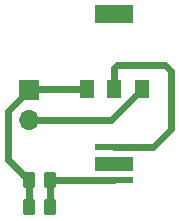
<source format=gtl>
%TF.GenerationSoftware,KiCad,Pcbnew,7.0.5*%
%TF.CreationDate,2024-02-13T09:55:04+02:00*%
%TF.ProjectId,Lamp LED,4c616d70-204c-4454-942e-6b696361645f,V0*%
%TF.SameCoordinates,Original*%
%TF.FileFunction,Copper,L1,Top*%
%TF.FilePolarity,Positive*%
%FSLAX46Y46*%
G04 Gerber Fmt 4.6, Leading zero omitted, Abs format (unit mm)*
G04 Created by KiCad (PCBNEW 7.0.5) date 2024-02-13 09:55:04*
%MOMM*%
%LPD*%
G01*
G04 APERTURE LIST*
G04 Aperture macros list*
%AMRoundRect*
0 Rectangle with rounded corners*
0 $1 Rounding radius*
0 $2 $3 $4 $5 $6 $7 $8 $9 X,Y pos of 4 corners*
0 Add a 4 corners polygon primitive as box body*
4,1,4,$2,$3,$4,$5,$6,$7,$8,$9,$2,$3,0*
0 Add four circle primitives for the rounded corners*
1,1,$1+$1,$2,$3*
1,1,$1+$1,$4,$5*
1,1,$1+$1,$6,$7*
1,1,$1+$1,$8,$9*
0 Add four rect primitives between the rounded corners*
20,1,$1+$1,$2,$3,$4,$5,0*
20,1,$1+$1,$4,$5,$6,$7,0*
20,1,$1+$1,$6,$7,$8,$9,0*
20,1,$1+$1,$8,$9,$2,$3,0*%
G04 Aperture macros list end*
%TA.AperFunction,SMDPad,CuDef*%
%ADD10R,1.200000X1.500000*%
%TD*%
%TA.AperFunction,SMDPad,CuDef*%
%ADD11R,3.300000X1.500000*%
%TD*%
%TA.AperFunction,ComponentPad*%
%ADD12R,1.700000X1.700000*%
%TD*%
%TA.AperFunction,ComponentPad*%
%ADD13O,1.700000X1.700000*%
%TD*%
%TA.AperFunction,SMDPad,CuDef*%
%ADD14RoundRect,0.250000X0.262500X0.450000X-0.262500X0.450000X-0.262500X-0.450000X0.262500X-0.450000X0*%
%TD*%
%TA.AperFunction,SMDPad,CuDef*%
%ADD15R,3.300000X0.500000*%
%TD*%
%TA.AperFunction,SMDPad,CuDef*%
%ADD16R,3.300000X1.300000*%
%TD*%
%TA.AperFunction,Conductor*%
%ADD17C,0.600000*%
%TD*%
G04 APERTURE END LIST*
D10*
%TO.P,IC1,1,GND*%
%TO.N,Net-(IC1-GND)*%
X-2300000Y6325000D03*
%TO.P,IC1,2,3.3VOut*%
%TO.N,Net-(IC1-3.3VOut)*%
X0Y6325000D03*
%TO.P,IC1,3,15VIn*%
%TO.N,Net-(IC1-15VIn)*%
X2300000Y6325000D03*
D11*
%TO.P,IC1,4,N.C*%
%TO.N,unconnected-(IC1-N.C-Pad4)*%
X0Y12725000D03*
%TD*%
D12*
%TO.P,J_{VIN}1,1,Pin_1*%
%TO.N,Net-(IC1-GND)*%
X-7244523Y6239424D03*
D13*
%TO.P,J_{VIN}1,2,Pin_2*%
%TO.N,Net-(IC1-15VIn)*%
X-7244523Y3699424D03*
%TD*%
D14*
%TO.P,R1,1*%
%TO.N,Net-(LED1-K)*%
X-5437500Y-1407000D03*
%TO.P,R1,2*%
%TO.N,Net-(IC1-GND)*%
X-7262500Y-1407000D03*
%TD*%
D15*
%TO.P,LED1,1,K*%
%TO.N,Net-(LED1-K)*%
X0Y-1400000D03*
%TO.P,LED1,2,A*%
%TO.N,Net-(IC1-3.3VOut)*%
X0Y1400000D03*
D16*
%TO.P,LED1,3,EP*%
%TO.N,unconnected-(LED1-EP-Pad3)*%
X0Y0D03*
%TD*%
D14*
%TO.P,R2,1*%
%TO.N,Net-(LED1-K)*%
X-5437500Y-3693000D03*
%TO.P,R2,2*%
%TO.N,Net-(IC1-GND)*%
X-7262500Y-3693000D03*
%TD*%
D17*
%TO.N,Net-(IC1-GND)*%
X-9022523Y4461424D02*
X-7244523Y6239424D01*
X-7262500Y-3693000D02*
X-7262500Y-1407000D01*
X-7262500Y-1407000D02*
X-9022523Y353023D01*
X-9022523Y353023D02*
X-9022523Y4461424D01*
X-2300000Y6325000D02*
X-7158947Y6325000D01*
%TO.N,Net-(LED1-K)*%
X0Y-1400000D02*
X-5430500Y-1400000D01*
X-5437500Y-1407000D02*
X-5437500Y-3693000D01*
%TO.N,Net-(IC1-3.3VOut)*%
X254000Y8382000D02*
X4318000Y8382000D01*
X0Y8128000D02*
X254000Y8382000D01*
X4826000Y2921000D02*
X3305000Y1400000D01*
X4826000Y7874000D02*
X4826000Y2921000D01*
X3305000Y1400000D02*
X0Y1400000D01*
X0Y6325000D02*
X0Y8128000D01*
X4318000Y8382000D02*
X4826000Y7874000D01*
%TO.N,Net-(IC1-15VIn)*%
X-325576Y3699424D02*
X2300000Y6325000D01*
X-7244523Y3699424D02*
X-325576Y3699424D01*
%TD*%
M02*

</source>
